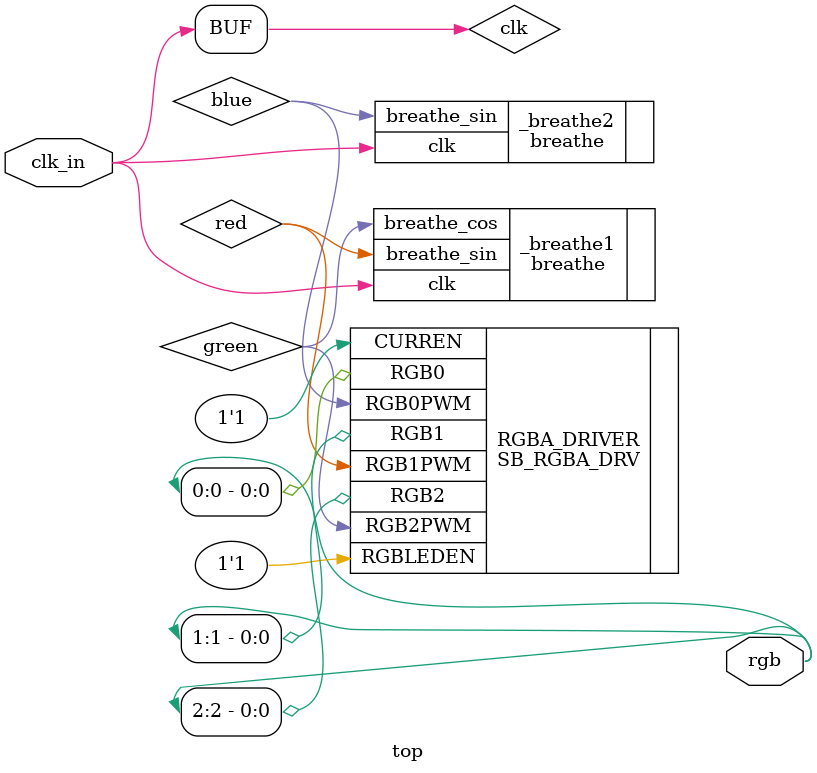
<source format=v>

`default_nettype none // Simplifies finding typos

module top(
  input clk_in,
  output [2:0] rgb // LED outputs. [0]: Blue, [1]: Red, [2]: Green.
);

  wire clk = clk_in; // Directly use the 12 MHz oscillator, no fancy PLL config

  // ----------------------------------------------------------
  //   Advanced three channel fading blinky
  // ----------------------------------------------------------

  wire red, green, blue;

  breathe #(.PREDIVIDER(5)) _breathe1 (.clk(clk), .breathe_sin(red), .breathe_cos(green));
  breathe #(.PREDIVIDER(4)) _breathe2 (.clk(clk), .breathe_sin(blue));

  // ----------------------------------------------------------
  // Instantiate iCE40 LED driver hard logic.
  // ----------------------------------------------------------
  //
  // Note that it's possible to drive the LEDs directly,
  // however that is not current-limited and results in
  // overvolting the red LED.
  //
  // See also:
  // https://www.latticesemi.com/-/media/LatticeSemi/Documents/ApplicationNotes/IK/ICE40LEDDriverUsageGuide.ashx?document_id=50668

  reg [2:0] LEDS;

  SB_RGBA_DRV #(
      .CURRENT_MODE("0b1"),       // half current
      .RGB0_CURRENT("0b000011"),  // 4 mA
      .RGB1_CURRENT("0b000011"),  // 4 mA
      .RGB2_CURRENT("0b000011")   // 4 mA
  ) RGBA_DRIVER (
      .CURREN(1'b1),
      .RGBLEDEN(1'b1),
      .RGB1PWM(red),
      .RGB2PWM(green),
      .RGB0PWM(blue),
      .RGB0(rgb[0]),
      .RGB1(rgb[1]),
      .RGB2(rgb[2])
  );

endmodule

</source>
